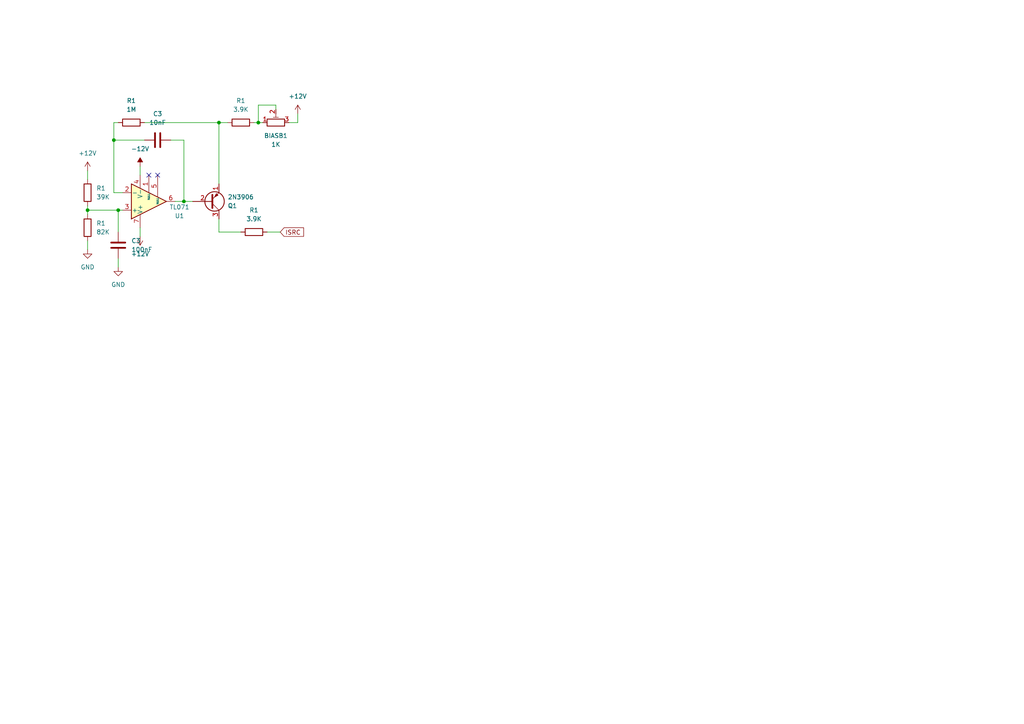
<source format=kicad_sch>
(kicad_sch (version 20230121) (generator eeschema)
  (paper "A4")
  (lib_symbols
    (symbol "Amplifier_Operational:TL071" (pin_names (offset 0.127))
      (property "Reference" "U" (at 0 6.35 0))
      (property "Value" "TL071" (at 0 3.81 0))
      (symbol "TL071_0_1"
        (polyline (pts (xy -5.08 5.08) (xy 5.08 0) (xy -5.08 -5.08) (xy -5.08 5.08)) (stroke (width 0.254)) (fill (type background)))
      )
      (symbol "TL071_1_1"
        (pin input line (at 0 -7.62 90) (length 5.08) (name "NULL") (number "1"))
        (pin input line (at -7.62 -2.54 0) (length 2.54) (name "-") (number "2"))
        (pin input line (at -7.62 2.54 0) (length 2.54) (name "+") (number "3"))
        (pin power_in line (at -2.54 -7.62 90) (length 3.81) (name "V-") (number "4"))
        (pin input line (at 2.54 -7.62 90) (length 6.35) (name "NULL") (number "5"))
        (pin output line (at 7.62 0 180) (length 2.54) (name "~") (number "6"))
        (pin power_in line (at -2.54 7.62 270) (length 3.81) (name "V+") (number "7"))
        (pin no_connect line (at 0 2.54 270) (length 2.54) hide (name "NC") (number "8"))
      )
    )
    (symbol "Device:C" (pin_numbers hide) (pin_names (offset 0.254))
      (property "Reference" "C" (at 0.635 2.54 0))
      (property "Value" "C" (at 0.635 -2.54 0))
      (symbol "C_0_1"
        (polyline (pts (xy -2.032 -0.762) (xy 2.032 -0.762)) (stroke (width 0.508)))
        (polyline (pts (xy -2.032 0.762) (xy 2.032 0.762)) (stroke (width 0.508)))
      )
      (symbol "C_1_1"
        (pin passive line (at 0 3.81 270) (length 2.794) (name "~") (number "1"))
        (pin passive line (at 0 -3.81 90) (length 2.794) (name "~") (number "2"))
      )
    )
    (symbol "Device:R" (pin_numbers hide) (pin_names (offset 0))
      (property "Reference" "R" (at 2.032 0 90))
      (property "Value" "R" (at 0 0 90))
      (symbol "R_0_1"
        (rectangle (start -1.016 -2.54) (end 1.016 2.54) (stroke (width 0.254)))
      )
      (symbol "R_1_1"
        (pin passive line (at 0 3.81 270) (length 1.27) (name "~") (number "1"))
        (pin passive line (at 0 -3.81 90) (length 1.27) (name "~") (number "2"))
      )
    )
    (symbol "Device:R_Potentiometer_Trim" (pin_names (offset 1.016) hide)
      (property "Reference" "RV" (at -4.445 0 90))
      (property "Value" "R_Potentiometer_Trim" (at -2.54 0 90))
      (symbol "R_Potentiometer_Trim_0_1"
        (polyline (pts (xy 1.524 0.762) (xy 1.524 -0.762)))
        (polyline (pts (xy 2.54 0) (xy 1.524 0)))
        (rectangle (start 1.016 2.54) (end -1.016 -2.54) (stroke (width 0.254)))
      )
      (symbol "R_Potentiometer_Trim_1_1"
        (pin passive line (at 0 3.81 270) (length 1.27) (name "1") (number "1"))
        (pin passive line (at 3.81 0 180) (length 1.27) (name "2") (number "2"))
        (pin passive line (at 0 -3.81 90) (length 1.27) (name "3") (number "3"))
      )
    )
    (symbol "Transistor_BJT:2N3906" (pin_names (offset 0) hide)
      (property "Reference" "Q" (at 5.08 1.905 0))
      (property "Value" "2N3906" (at 5.08 0 0))
      (symbol "2N3906_0_1"
        (polyline (pts (xy 0.635 0.635) (xy 2.54 2.54)))
        (polyline (pts (xy 0.635 -0.635) (xy 2.54 -2.54) (xy 2.54 -2.54)))
        (polyline (pts (xy 0.635 1.905) (xy 0.635 -1.905) (xy 0.635 -1.905)) (stroke (width 0.508)))
        (polyline (pts (xy 2.286 -1.778) (xy 1.778 -2.286) (xy 1.27 -1.27) (xy 2.286 -1.778) (xy 2.286 -1.778)) (fill (type outline)))
        (circle (center 1.27 0) (radius 2.8194) (stroke (width 0.254)))
      )
      (symbol "2N3906_1_1"
        (pin passive line (at 2.54 -5.08 90) (length 2.54) (name "E") (number "1"))
        (pin input line (at -5.08 0 0) (length 5.715) (name "B") (number "2"))
        (pin passive line (at 2.54 5.08 270) (length 2.54) (name "C") (number "3"))
      )
    )
    (symbol "power:+12V" (power) (pin_names (offset 0))
      (property "Value" "+12V" (at 0 3.556 0))
      (symbol "+12V_0_1"
        (polyline (pts (xy -0.762 1.27) (xy 0 2.54)))
        (polyline (pts (xy 0 0) (xy 0 2.54)))
        (polyline (pts (xy 0 2.54) (xy 0.762 1.27)))
      )
      (symbol "+12V_1_1"
        (pin power_in line (at 0 0 90) (length 0) hide (name "+12V") (number "1"))
      )
    )
    (symbol "power:-12V" (power) (pin_names (offset 0))
      (property "Value" "-12V" (at 0 3.81 0))
      (symbol "-12V_0_0"
        (pin power_in line (at 0 0 90) (length 0) hide (name "-12V") (number "1"))
      )
      (symbol "-12V_0_1"
        (polyline (pts (xy 0 0) (xy 0 1.27) (xy 0.762 1.27) (xy 0 2.54) (xy -0.762 1.27) (xy 0 1.27)) (fill (type outline)))
      )
    )
    (symbol "power:GND" (power) (pin_names (offset 0))
      (property "Value" "GND" (at 0 -3.81 0))
      (symbol "GND_0_1"
        (polyline (pts (xy 0 0) (xy 0 -1.27) (xy 1.27 -1.27) (xy 0 -2.54) (xy -1.27 -1.27) (xy 0 -1.27)))
      )
      (symbol "GND_1_1"
        (pin power_in line (at 0 0 270) (length 0) hide (name "GND") (number "1"))
      )
    )
  )
  (junction (at 33.02 40.64))
  (junction (at 74.93 35.56))
  (junction (at 53.34 58.42))
  (junction (at 63.5 35.56))
  (junction (at 25.4 60.96))
  (junction (at 34.29 60.96))
  (no_connect (at 43.18 50.8))
  (no_connect (at 45.72 50.8))
  (wire (pts (xy 53.34 40.64) (xy 53.34 58.42)))
  (wire (pts (xy 33.02 55.88) (xy 35.56 55.88)))
  (wire (pts (xy 40.64 66.04) (xy 40.64 68.58)))
  (wire (pts (xy 73.66 35.56) (xy 74.93 35.56)))
  (wire (pts (xy 77.47 67.31) (xy 81.28 67.31)))
  (wire (pts (xy 40.64 48.26) (xy 40.64 50.8)))
  (wire (pts (xy 34.29 60.96) (xy 34.29 67.31)))
  (wire (pts (xy 63.5 35.56) (xy 66.04 35.56)))
  (wire (pts (xy 74.93 35.56) (xy 76.2 35.56)))
  (wire (pts (xy 53.34 58.42) (xy 55.88 58.42)))
  (wire (pts (xy 34.29 35.56) (xy 33.02 35.56)))
  (wire (pts (xy 80.01 30.48) (xy 74.93 30.48)))
  (wire (pts (xy 49.53 40.64) (xy 53.34 40.64)))
  (wire (pts (xy 86.36 35.56) (xy 86.36 33.02)))
  (wire (pts (xy 74.93 30.48) (xy 74.93 35.56)))
  (wire (pts (xy 63.5 63.5) (xy 63.5 67.31)))
  (wire (pts (xy 33.02 40.64) (xy 33.02 55.88)))
  (wire (pts (xy 50.8 58.42) (xy 53.34 58.42)))
  (wire (pts (xy 25.4 69.85) (xy 25.4 72.39)))
  (wire (pts (xy 25.4 49.53) (xy 25.4 52.07)))
  (wire (pts (xy 33.02 35.56) (xy 33.02 40.64)))
  (wire (pts (xy 34.29 60.96) (xy 35.56 60.96)))
  (wire (pts (xy 63.5 35.56) (xy 63.5 53.34)))
  (wire (pts (xy 63.5 67.31) (xy 69.85 67.31)))
  (wire (pts (xy 25.4 60.96) (xy 25.4 62.23)))
  (wire (pts (xy 33.02 40.64) (xy 41.91 40.64)))
  (wire (pts (xy 25.4 60.96) (xy 34.29 60.96)))
  (wire (pts (xy 83.82 35.56) (xy 86.36 35.56)))
  (wire (pts (xy 34.29 74.93) (xy 34.29 77.47)))
  (wire (pts (xy 25.4 59.69) (xy 25.4 60.96)))
  (wire (pts (xy 80.01 31.75) (xy 80.01 30.48)))
  (wire (pts (xy 41.91 35.56) (xy 63.5 35.56)))
  (global_label "ISRC" (shape input) (at 81.28 67.31 0) (property "Intersheetrefs" "${INTERSHEET_REFS}" (effects hide)))
  (symbol (lib_id "Amplifier_Operational:TL071") (at 43.18 58.42 0) (mirror x) (unit 1)
    (property "Reference" "U1" (at 52.07 62.6109 0))
    (property "Value" "TL071" (at 52.07 60.0709 0))
    (property "Footprint" "Package_DIP:DIP-8_W7.62mm_Socket_LongPads" (effects hide))
    (property "Datasheet" "http://www.ti.com/lit/ds/symlink/tl071.pdf" (effects hide))
    (instances (project "Controller" (path "" (reference "U1") (unit 1)) (path "" (reference "U6") (unit 1))))
  )
  (symbol (lib_id "Device:R") (at 38.1 35.56 270) (unit 1)
    (property "Reference" "R1" (at 38.1 29.21 90))
    (property "Value" "1M" (at 38.1 31.75 90))
    (property "Footprint" "Library:R_Axial_DIN0207_L6.3mm_D2.5mm_P7.62mm_Horizontal" (effects hide))
    (instances (project "VCO" (path "" (reference "R1") (unit 1)) (path "" (reference "R1") (unit 1))) (project "VCA" (path "" (reference "R9") (unit 1))) (project "Controller" (path "" (reference "R5") (unit 1)) (path "" (reference "R31") (unit 1)) (path "" (reference "R59") (unit 1))))
  )
  (symbol (lib_id "Transistor_BJT:2N3906") (at 60.96 58.42 0) (mirror x) (unit 1)
    (property "Reference" "Q1" (at 66.04 59.69 0) (effects (justify left)))
    (property "Value" "2N3906" (at 66.04 57.15 0) (effects (justify left)))
    (property "Footprint" "Package_TO_SOT_THT:TO-92_HandSolder" (effects hide))
    (property "Datasheet" "https://www.onsemi.com/pub/Collateral/2N3906-D.PDF" (effects hide))
    (instances (project "Controller" (path "" (reference "Q1") (unit 1)) (path "" (reference "Q3") (unit 1))))
  )
  (symbol (lib_id "power:GND") (at 34.29 77.47 0) (unit 1)
    (property "Reference" "#PWR07" (effects hide))
    (property "Value" "GND" (at 34.29 82.55 0))
    (instances (project "Controller" (path "" (reference "#PWR07") (unit 1)) (path "" (reference "#PWR042") (unit 1))))
  )
  (symbol (lib_id "Device:R_Potentiometer_Trim") (at 80.01 35.56 90) (unit 1)
    (property "Reference" "BIASB1" (at 80.01 39.37 90))
    (property "Value" "1K" (at 80.01 41.91 90))
    (property "Footprint" "Potentiometer_THT:Potentiometer_Bourns_3266Y_Vertical" (effects hide))
    (instances (project "VCA" (path "" (reference "BIASB1") (unit 1))) (project "Controller" (path "" (reference "RV1") (unit 1)) (path "" (reference "RV2") (unit 1))))
  )
  (symbol (lib_id "Device:R") (at 69.85 35.56 270) (unit 1)
    (property "Reference" "R1" (at 69.85 29.21 90))
    (property "Value" "3.9K" (at 69.85 31.75 90))
    (property "Footprint" "Library:R_Axial_DIN0207_L6.3mm_D2.5mm_P7.62mm_Horizontal" (effects hide))
    (instances (project "VCO" (path "" (reference "R1") (unit 1)) (path "" (reference "R1") (unit 1))) (project "VCA" (path "" (reference "R9") (unit 1))) (project "Controller" (path "" (reference "R5") (unit 1)) (path "" (reference "R32") (unit 1)) (path "" (reference "R60") (unit 1))))
  )
  (symbol (lib_id "power:-12V") (at 40.64 48.26 0) (unit 1)
    (property "Reference" "#PWR09" (effects hide))
    (property "Value" "-12V" (at 40.64 43.18 0))
    (instances (project "Controller" (path "" (reference "#PWR09") (unit 1)) (path "" (reference "#PWR043") (unit 1))))
  )
  (symbol (lib_id "Device:R") (at 25.4 55.88 180) (unit 1)
    (property "Reference" "R1" (at 27.94 54.61 0) (effects (justify right)))
    (property "Value" "39K" (at 27.94 57.15 0) (effects (justify right)))
    (property "Footprint" "Library:R_Axial_DIN0207_L6.3mm_D2.5mm_P7.62mm_Horizontal" (effects hide))
    (instances (project "VCO" (path "" (reference "R1") (unit 1)) (path "" (reference "R1") (unit 1))) (project "VCA" (path "" (reference "R9") (unit 1))) (project "Controller" (path "" (reference "R5") (unit 1)) (path "" (reference "R29") (unit 1)) (path "" (reference "R57") (unit 1))))
  )
  (symbol (lib_id "power:+12V") (at 86.36 33.02 0) (unit 1)
    (property "Reference" "#PWR010" (effects hide))
    (property "Value" "+12V" (at 86.36 27.94 0))
    (instances (project "Controller" (path "" (reference "#PWR010") (unit 1)) (path "" (reference "#PWR045") (unit 1))))
  )
  (symbol (lib_id "Device:C") (at 45.72 40.64 90) (unit 1)
    (property "Reference" "C3" (at 45.72 33.02 90))
    (property "Value" "10nF" (at 45.72 35.56 90))
    (property "Footprint" "Capacitor_THT:CP_Radial_D5.0mm_P2.50mm" (effects hide))
    (instances (project "VCO" (path "" (reference "C3") (unit 1)) (path "" (reference "C3") (unit 1))) (project "VCA" (path "" (reference "C1") (unit 1)) (path "" (reference "C3") (unit 1))) (project "Controller" (path "" (reference "C3") (unit 1)) (path "" (reference "C16") (unit 1)) (path "" (reference "C26") (unit 1))))
  )
  (symbol (lib_id "power:+12V") (at 25.4 49.53 0) (unit 1)
    (property "Reference" "#PWR06" (effects hide))
    (property "Value" "+12V" (at 25.4 44.45 0))
    (instances (project "Controller" (path "" (reference "#PWR06") (unit 1)) (path "" (reference "#PWR040") (unit 1))))
  )
  (symbol (lib_id "power:GND") (at 25.4 72.39 0) (unit 1)
    (property "Reference" "#PWR05" (effects hide))
    (property "Value" "GND" (at 25.4 77.47 0))
    (instances (project "Controller" (path "" (reference "#PWR05") (unit 1)) (path "" (reference "#PWR041") (unit 1))))
  )
  (symbol (lib_id "Device:R") (at 25.4 66.04 180) (unit 1)
    (property "Reference" "R1" (at 27.94 64.77 0) (effects (justify right)))
    (property "Value" "82K" (at 27.94 67.31 0) (effects (justify right)))
    (property "Footprint" "Library:R_Axial_DIN0207_L6.3mm_D2.5mm_P7.62mm_Horizontal" (effects hide))
    (instances (project "VCO" (path "" (reference "R1") (unit 1)) (path "" (reference "R1") (unit 1))) (project "VCA" (path "" (reference "R9") (unit 1))) (project "Controller" (path "" (reference "R5") (unit 1)) (path "" (reference "R30") (unit 1)) (path "" (reference "R58") (unit 1))))
  )
  (symbol (lib_id "Device:C") (at 34.29 71.12 0) (unit 1)
    (property "Reference" "C3" (at 38.1 69.85 0) (effects (justify left)))
    (property "Value" "100nF" (at 38.1 72.39 0) (effects (justify left)))
    (property "Footprint" "Capacitor_THT:C_Disc_D3.0mm_W1.6mm_P2.50mm" (effects hide))
    (instances (project "VCO" (path "" (reference "C3") (unit 1)) (path "" (reference "C3") (unit 1))) (project "VCA" (path "" (reference "C1") (unit 1)) (path "" (reference "C3") (unit 1))) (project "Controller" (path "" (reference "C3") (unit 1)) (path "" (reference "C15") (unit 1)) (path "" (reference "C25") (unit 1))))
  )
  (symbol (lib_id "power:+12V") (at 40.64 68.58 180) (unit 1)
    (property "Reference" "#PWR08" (effects hide))
    (property "Value" "+12V" (at 40.64 73.66 0))
    (instances (project "Controller" (path "" (reference "#PWR08") (unit 1)) (path "" (reference "#PWR044") (unit 1))))
  )
  (symbol (lib_id "Device:R") (at 73.66 67.31 270) (unit 1)
    (property "Reference" "R1" (at 73.66 60.96 90))
    (property "Value" "3.9K" (at 73.66 63.5 90))
    (property "Footprint" "Library:R_Axial_DIN0207_L6.3mm_D2.5mm_P7.62mm_Horizontal" (effects hide))
    (instances (project "VCO" (path "" (reference "R1") (unit 1)) (path "" (reference "R1") (unit 1))) (project "VCA" (path "" (reference "R9") (unit 1))) (project "Controller" (path "" (reference "R5") (unit 1)) (path "" (reference "R32") (unit 1)) (path "" (reference "R61") (unit 1))))
  )
)
</source>
